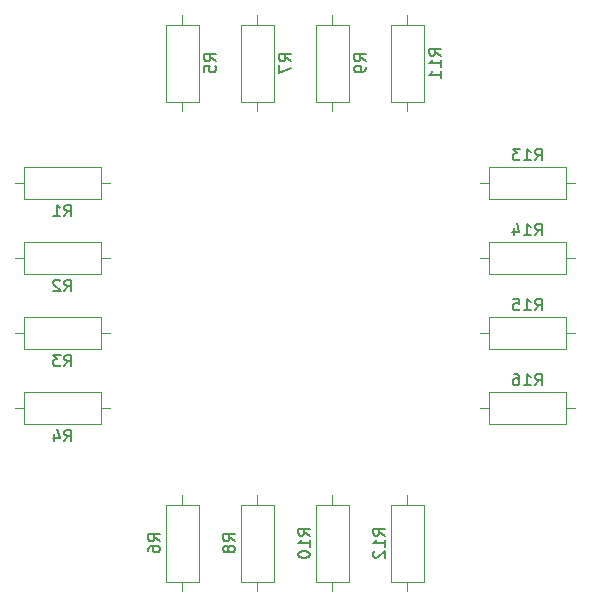
<source format=gbr>
%TF.GenerationSoftware,KiCad,Pcbnew,(5.1.6)-1*%
%TF.CreationDate,2020-10-15T00:56:24-04:00*%
%TF.ProjectId,KiCAD PCB,4b694341-4420-4504-9342-2e6b69636164,rev?*%
%TF.SameCoordinates,Original*%
%TF.FileFunction,Legend,Bot*%
%TF.FilePolarity,Positive*%
%FSLAX46Y46*%
G04 Gerber Fmt 4.6, Leading zero omitted, Abs format (unit mm)*
G04 Created by KiCad (PCBNEW (5.1.6)-1) date 2020-10-15 00:56:24*
%MOMM*%
%LPD*%
G01*
G04 APERTURE LIST*
%ADD10C,0.120000*%
%ADD11C,0.150000*%
G04 APERTURE END LIST*
D10*
%TO.C,R16*%
X141065000Y-95150000D02*
X141065000Y-97890000D01*
X141065000Y-97890000D02*
X134525000Y-97890000D01*
X134525000Y-97890000D02*
X134525000Y-95150000D01*
X134525000Y-95150000D02*
X141065000Y-95150000D01*
X141835000Y-96520000D02*
X141065000Y-96520000D01*
X133755000Y-96520000D02*
X134525000Y-96520000D01*
%TO.C,R15*%
X141065000Y-88800000D02*
X141065000Y-91540000D01*
X141065000Y-91540000D02*
X134525000Y-91540000D01*
X134525000Y-91540000D02*
X134525000Y-88800000D01*
X134525000Y-88800000D02*
X141065000Y-88800000D01*
X141835000Y-90170000D02*
X141065000Y-90170000D01*
X133755000Y-90170000D02*
X134525000Y-90170000D01*
%TO.C,R14*%
X141065000Y-82450000D02*
X141065000Y-85190000D01*
X141065000Y-85190000D02*
X134525000Y-85190000D01*
X134525000Y-85190000D02*
X134525000Y-82450000D01*
X134525000Y-82450000D02*
X141065000Y-82450000D01*
X141835000Y-83820000D02*
X141065000Y-83820000D01*
X133755000Y-83820000D02*
X134525000Y-83820000D01*
%TO.C,R13*%
X141065000Y-76100000D02*
X141065000Y-78840000D01*
X141065000Y-78840000D02*
X134525000Y-78840000D01*
X134525000Y-78840000D02*
X134525000Y-76100000D01*
X134525000Y-76100000D02*
X141065000Y-76100000D01*
X141835000Y-77470000D02*
X141065000Y-77470000D01*
X133755000Y-77470000D02*
X134525000Y-77470000D01*
%TO.C,R12*%
X126265000Y-104680000D02*
X129005000Y-104680000D01*
X129005000Y-104680000D02*
X129005000Y-111220000D01*
X129005000Y-111220000D02*
X126265000Y-111220000D01*
X126265000Y-111220000D02*
X126265000Y-104680000D01*
X127635000Y-103910000D02*
X127635000Y-104680000D01*
X127635000Y-111990000D02*
X127635000Y-111220000D01*
%TO.C,R11*%
X129005000Y-70580000D02*
X126265000Y-70580000D01*
X126265000Y-70580000D02*
X126265000Y-64040000D01*
X126265000Y-64040000D02*
X129005000Y-64040000D01*
X129005000Y-64040000D02*
X129005000Y-70580000D01*
X127635000Y-71350000D02*
X127635000Y-70580000D01*
X127635000Y-63270000D02*
X127635000Y-64040000D01*
%TO.C,R10*%
X119915000Y-104680000D02*
X122655000Y-104680000D01*
X122655000Y-104680000D02*
X122655000Y-111220000D01*
X122655000Y-111220000D02*
X119915000Y-111220000D01*
X119915000Y-111220000D02*
X119915000Y-104680000D01*
X121285000Y-103910000D02*
X121285000Y-104680000D01*
X121285000Y-111990000D02*
X121285000Y-111220000D01*
%TO.C,R9*%
X122655000Y-70580000D02*
X119915000Y-70580000D01*
X119915000Y-70580000D02*
X119915000Y-64040000D01*
X119915000Y-64040000D02*
X122655000Y-64040000D01*
X122655000Y-64040000D02*
X122655000Y-70580000D01*
X121285000Y-71350000D02*
X121285000Y-70580000D01*
X121285000Y-63270000D02*
X121285000Y-64040000D01*
%TO.C,R8*%
X113565000Y-104680000D02*
X116305000Y-104680000D01*
X116305000Y-104680000D02*
X116305000Y-111220000D01*
X116305000Y-111220000D02*
X113565000Y-111220000D01*
X113565000Y-111220000D02*
X113565000Y-104680000D01*
X114935000Y-103910000D02*
X114935000Y-104680000D01*
X114935000Y-111990000D02*
X114935000Y-111220000D01*
%TO.C,R7*%
X116305000Y-70580000D02*
X113565000Y-70580000D01*
X113565000Y-70580000D02*
X113565000Y-64040000D01*
X113565000Y-64040000D02*
X116305000Y-64040000D01*
X116305000Y-64040000D02*
X116305000Y-70580000D01*
X114935000Y-71350000D02*
X114935000Y-70580000D01*
X114935000Y-63270000D02*
X114935000Y-64040000D01*
%TO.C,R6*%
X107215000Y-104680000D02*
X109955000Y-104680000D01*
X109955000Y-104680000D02*
X109955000Y-111220000D01*
X109955000Y-111220000D02*
X107215000Y-111220000D01*
X107215000Y-111220000D02*
X107215000Y-104680000D01*
X108585000Y-103910000D02*
X108585000Y-104680000D01*
X108585000Y-111990000D02*
X108585000Y-111220000D01*
%TO.C,R5*%
X109955000Y-70580000D02*
X107215000Y-70580000D01*
X107215000Y-70580000D02*
X107215000Y-64040000D01*
X107215000Y-64040000D02*
X109955000Y-64040000D01*
X109955000Y-64040000D02*
X109955000Y-70580000D01*
X108585000Y-71350000D02*
X108585000Y-70580000D01*
X108585000Y-63270000D02*
X108585000Y-64040000D01*
%TO.C,R4*%
X95155000Y-97890000D02*
X95155000Y-95150000D01*
X95155000Y-95150000D02*
X101695000Y-95150000D01*
X101695000Y-95150000D02*
X101695000Y-97890000D01*
X101695000Y-97890000D02*
X95155000Y-97890000D01*
X94385000Y-96520000D02*
X95155000Y-96520000D01*
X102465000Y-96520000D02*
X101695000Y-96520000D01*
%TO.C,R3*%
X95155000Y-91540000D02*
X95155000Y-88800000D01*
X95155000Y-88800000D02*
X101695000Y-88800000D01*
X101695000Y-88800000D02*
X101695000Y-91540000D01*
X101695000Y-91540000D02*
X95155000Y-91540000D01*
X94385000Y-90170000D02*
X95155000Y-90170000D01*
X102465000Y-90170000D02*
X101695000Y-90170000D01*
%TO.C,R2*%
X95155000Y-85190000D02*
X95155000Y-82450000D01*
X95155000Y-82450000D02*
X101695000Y-82450000D01*
X101695000Y-82450000D02*
X101695000Y-85190000D01*
X101695000Y-85190000D02*
X95155000Y-85190000D01*
X94385000Y-83820000D02*
X95155000Y-83820000D01*
X102465000Y-83820000D02*
X101695000Y-83820000D01*
%TO.C,R1*%
X95155000Y-78840000D02*
X95155000Y-76100000D01*
X95155000Y-76100000D02*
X101695000Y-76100000D01*
X101695000Y-76100000D02*
X101695000Y-78840000D01*
X101695000Y-78840000D02*
X95155000Y-78840000D01*
X94385000Y-77470000D02*
X95155000Y-77470000D01*
X102465000Y-77470000D02*
X101695000Y-77470000D01*
%TO.C,R16*%
D11*
X138437857Y-94602380D02*
X138771190Y-94126190D01*
X139009285Y-94602380D02*
X139009285Y-93602380D01*
X138628333Y-93602380D01*
X138533095Y-93650000D01*
X138485476Y-93697619D01*
X138437857Y-93792857D01*
X138437857Y-93935714D01*
X138485476Y-94030952D01*
X138533095Y-94078571D01*
X138628333Y-94126190D01*
X139009285Y-94126190D01*
X137485476Y-94602380D02*
X138056904Y-94602380D01*
X137771190Y-94602380D02*
X137771190Y-93602380D01*
X137866428Y-93745238D01*
X137961666Y-93840476D01*
X138056904Y-93888095D01*
X136628333Y-93602380D02*
X136818809Y-93602380D01*
X136914047Y-93650000D01*
X136961666Y-93697619D01*
X137056904Y-93840476D01*
X137104523Y-94030952D01*
X137104523Y-94411904D01*
X137056904Y-94507142D01*
X137009285Y-94554761D01*
X136914047Y-94602380D01*
X136723571Y-94602380D01*
X136628333Y-94554761D01*
X136580714Y-94507142D01*
X136533095Y-94411904D01*
X136533095Y-94173809D01*
X136580714Y-94078571D01*
X136628333Y-94030952D01*
X136723571Y-93983333D01*
X136914047Y-93983333D01*
X137009285Y-94030952D01*
X137056904Y-94078571D01*
X137104523Y-94173809D01*
%TO.C,R15*%
X138437857Y-88252380D02*
X138771190Y-87776190D01*
X139009285Y-88252380D02*
X139009285Y-87252380D01*
X138628333Y-87252380D01*
X138533095Y-87300000D01*
X138485476Y-87347619D01*
X138437857Y-87442857D01*
X138437857Y-87585714D01*
X138485476Y-87680952D01*
X138533095Y-87728571D01*
X138628333Y-87776190D01*
X139009285Y-87776190D01*
X137485476Y-88252380D02*
X138056904Y-88252380D01*
X137771190Y-88252380D02*
X137771190Y-87252380D01*
X137866428Y-87395238D01*
X137961666Y-87490476D01*
X138056904Y-87538095D01*
X136580714Y-87252380D02*
X137056904Y-87252380D01*
X137104523Y-87728571D01*
X137056904Y-87680952D01*
X136961666Y-87633333D01*
X136723571Y-87633333D01*
X136628333Y-87680952D01*
X136580714Y-87728571D01*
X136533095Y-87823809D01*
X136533095Y-88061904D01*
X136580714Y-88157142D01*
X136628333Y-88204761D01*
X136723571Y-88252380D01*
X136961666Y-88252380D01*
X137056904Y-88204761D01*
X137104523Y-88157142D01*
%TO.C,R14*%
X138437857Y-81902380D02*
X138771190Y-81426190D01*
X139009285Y-81902380D02*
X139009285Y-80902380D01*
X138628333Y-80902380D01*
X138533095Y-80950000D01*
X138485476Y-80997619D01*
X138437857Y-81092857D01*
X138437857Y-81235714D01*
X138485476Y-81330952D01*
X138533095Y-81378571D01*
X138628333Y-81426190D01*
X139009285Y-81426190D01*
X137485476Y-81902380D02*
X138056904Y-81902380D01*
X137771190Y-81902380D02*
X137771190Y-80902380D01*
X137866428Y-81045238D01*
X137961666Y-81140476D01*
X138056904Y-81188095D01*
X136628333Y-81235714D02*
X136628333Y-81902380D01*
X136866428Y-80854761D02*
X137104523Y-81569047D01*
X136485476Y-81569047D01*
%TO.C,R13*%
X138437857Y-75552380D02*
X138771190Y-75076190D01*
X139009285Y-75552380D02*
X139009285Y-74552380D01*
X138628333Y-74552380D01*
X138533095Y-74600000D01*
X138485476Y-74647619D01*
X138437857Y-74742857D01*
X138437857Y-74885714D01*
X138485476Y-74980952D01*
X138533095Y-75028571D01*
X138628333Y-75076190D01*
X139009285Y-75076190D01*
X137485476Y-75552380D02*
X138056904Y-75552380D01*
X137771190Y-75552380D02*
X137771190Y-74552380D01*
X137866428Y-74695238D01*
X137961666Y-74790476D01*
X138056904Y-74838095D01*
X137152142Y-74552380D02*
X136533095Y-74552380D01*
X136866428Y-74933333D01*
X136723571Y-74933333D01*
X136628333Y-74980952D01*
X136580714Y-75028571D01*
X136533095Y-75123809D01*
X136533095Y-75361904D01*
X136580714Y-75457142D01*
X136628333Y-75504761D01*
X136723571Y-75552380D01*
X137009285Y-75552380D01*
X137104523Y-75504761D01*
X137152142Y-75457142D01*
%TO.C,R12*%
X125717380Y-107307142D02*
X125241190Y-106973809D01*
X125717380Y-106735714D02*
X124717380Y-106735714D01*
X124717380Y-107116666D01*
X124765000Y-107211904D01*
X124812619Y-107259523D01*
X124907857Y-107307142D01*
X125050714Y-107307142D01*
X125145952Y-107259523D01*
X125193571Y-107211904D01*
X125241190Y-107116666D01*
X125241190Y-106735714D01*
X125717380Y-108259523D02*
X125717380Y-107688095D01*
X125717380Y-107973809D02*
X124717380Y-107973809D01*
X124860238Y-107878571D01*
X124955476Y-107783333D01*
X125003095Y-107688095D01*
X124812619Y-108640476D02*
X124765000Y-108688095D01*
X124717380Y-108783333D01*
X124717380Y-109021428D01*
X124765000Y-109116666D01*
X124812619Y-109164285D01*
X124907857Y-109211904D01*
X125003095Y-109211904D01*
X125145952Y-109164285D01*
X125717380Y-108592857D01*
X125717380Y-109211904D01*
%TO.C,R11*%
X130457380Y-66667142D02*
X129981190Y-66333809D01*
X130457380Y-66095714D02*
X129457380Y-66095714D01*
X129457380Y-66476666D01*
X129505000Y-66571904D01*
X129552619Y-66619523D01*
X129647857Y-66667142D01*
X129790714Y-66667142D01*
X129885952Y-66619523D01*
X129933571Y-66571904D01*
X129981190Y-66476666D01*
X129981190Y-66095714D01*
X130457380Y-67619523D02*
X130457380Y-67048095D01*
X130457380Y-67333809D02*
X129457380Y-67333809D01*
X129600238Y-67238571D01*
X129695476Y-67143333D01*
X129743095Y-67048095D01*
X130457380Y-68571904D02*
X130457380Y-68000476D01*
X130457380Y-68286190D02*
X129457380Y-68286190D01*
X129600238Y-68190952D01*
X129695476Y-68095714D01*
X129743095Y-68000476D01*
%TO.C,R10*%
X119367380Y-107307142D02*
X118891190Y-106973809D01*
X119367380Y-106735714D02*
X118367380Y-106735714D01*
X118367380Y-107116666D01*
X118415000Y-107211904D01*
X118462619Y-107259523D01*
X118557857Y-107307142D01*
X118700714Y-107307142D01*
X118795952Y-107259523D01*
X118843571Y-107211904D01*
X118891190Y-107116666D01*
X118891190Y-106735714D01*
X119367380Y-108259523D02*
X119367380Y-107688095D01*
X119367380Y-107973809D02*
X118367380Y-107973809D01*
X118510238Y-107878571D01*
X118605476Y-107783333D01*
X118653095Y-107688095D01*
X118367380Y-108878571D02*
X118367380Y-108973809D01*
X118415000Y-109069047D01*
X118462619Y-109116666D01*
X118557857Y-109164285D01*
X118748333Y-109211904D01*
X118986428Y-109211904D01*
X119176904Y-109164285D01*
X119272142Y-109116666D01*
X119319761Y-109069047D01*
X119367380Y-108973809D01*
X119367380Y-108878571D01*
X119319761Y-108783333D01*
X119272142Y-108735714D01*
X119176904Y-108688095D01*
X118986428Y-108640476D01*
X118748333Y-108640476D01*
X118557857Y-108688095D01*
X118462619Y-108735714D01*
X118415000Y-108783333D01*
X118367380Y-108878571D01*
%TO.C,R9*%
X124107380Y-67143333D02*
X123631190Y-66810000D01*
X124107380Y-66571904D02*
X123107380Y-66571904D01*
X123107380Y-66952857D01*
X123155000Y-67048095D01*
X123202619Y-67095714D01*
X123297857Y-67143333D01*
X123440714Y-67143333D01*
X123535952Y-67095714D01*
X123583571Y-67048095D01*
X123631190Y-66952857D01*
X123631190Y-66571904D01*
X124107380Y-67619523D02*
X124107380Y-67810000D01*
X124059761Y-67905238D01*
X124012142Y-67952857D01*
X123869285Y-68048095D01*
X123678809Y-68095714D01*
X123297857Y-68095714D01*
X123202619Y-68048095D01*
X123155000Y-68000476D01*
X123107380Y-67905238D01*
X123107380Y-67714761D01*
X123155000Y-67619523D01*
X123202619Y-67571904D01*
X123297857Y-67524285D01*
X123535952Y-67524285D01*
X123631190Y-67571904D01*
X123678809Y-67619523D01*
X123726428Y-67714761D01*
X123726428Y-67905238D01*
X123678809Y-68000476D01*
X123631190Y-68048095D01*
X123535952Y-68095714D01*
%TO.C,R8*%
X113017380Y-107783333D02*
X112541190Y-107450000D01*
X113017380Y-107211904D02*
X112017380Y-107211904D01*
X112017380Y-107592857D01*
X112065000Y-107688095D01*
X112112619Y-107735714D01*
X112207857Y-107783333D01*
X112350714Y-107783333D01*
X112445952Y-107735714D01*
X112493571Y-107688095D01*
X112541190Y-107592857D01*
X112541190Y-107211904D01*
X112445952Y-108354761D02*
X112398333Y-108259523D01*
X112350714Y-108211904D01*
X112255476Y-108164285D01*
X112207857Y-108164285D01*
X112112619Y-108211904D01*
X112065000Y-108259523D01*
X112017380Y-108354761D01*
X112017380Y-108545238D01*
X112065000Y-108640476D01*
X112112619Y-108688095D01*
X112207857Y-108735714D01*
X112255476Y-108735714D01*
X112350714Y-108688095D01*
X112398333Y-108640476D01*
X112445952Y-108545238D01*
X112445952Y-108354761D01*
X112493571Y-108259523D01*
X112541190Y-108211904D01*
X112636428Y-108164285D01*
X112826904Y-108164285D01*
X112922142Y-108211904D01*
X112969761Y-108259523D01*
X113017380Y-108354761D01*
X113017380Y-108545238D01*
X112969761Y-108640476D01*
X112922142Y-108688095D01*
X112826904Y-108735714D01*
X112636428Y-108735714D01*
X112541190Y-108688095D01*
X112493571Y-108640476D01*
X112445952Y-108545238D01*
%TO.C,R7*%
X117757380Y-67143333D02*
X117281190Y-66810000D01*
X117757380Y-66571904D02*
X116757380Y-66571904D01*
X116757380Y-66952857D01*
X116805000Y-67048095D01*
X116852619Y-67095714D01*
X116947857Y-67143333D01*
X117090714Y-67143333D01*
X117185952Y-67095714D01*
X117233571Y-67048095D01*
X117281190Y-66952857D01*
X117281190Y-66571904D01*
X116757380Y-67476666D02*
X116757380Y-68143333D01*
X117757380Y-67714761D01*
%TO.C,R6*%
X106667380Y-107783333D02*
X106191190Y-107450000D01*
X106667380Y-107211904D02*
X105667380Y-107211904D01*
X105667380Y-107592857D01*
X105715000Y-107688095D01*
X105762619Y-107735714D01*
X105857857Y-107783333D01*
X106000714Y-107783333D01*
X106095952Y-107735714D01*
X106143571Y-107688095D01*
X106191190Y-107592857D01*
X106191190Y-107211904D01*
X105667380Y-108640476D02*
X105667380Y-108450000D01*
X105715000Y-108354761D01*
X105762619Y-108307142D01*
X105905476Y-108211904D01*
X106095952Y-108164285D01*
X106476904Y-108164285D01*
X106572142Y-108211904D01*
X106619761Y-108259523D01*
X106667380Y-108354761D01*
X106667380Y-108545238D01*
X106619761Y-108640476D01*
X106572142Y-108688095D01*
X106476904Y-108735714D01*
X106238809Y-108735714D01*
X106143571Y-108688095D01*
X106095952Y-108640476D01*
X106048333Y-108545238D01*
X106048333Y-108354761D01*
X106095952Y-108259523D01*
X106143571Y-108211904D01*
X106238809Y-108164285D01*
%TO.C,R5*%
X111407380Y-67143333D02*
X110931190Y-66810000D01*
X111407380Y-66571904D02*
X110407380Y-66571904D01*
X110407380Y-66952857D01*
X110455000Y-67048095D01*
X110502619Y-67095714D01*
X110597857Y-67143333D01*
X110740714Y-67143333D01*
X110835952Y-67095714D01*
X110883571Y-67048095D01*
X110931190Y-66952857D01*
X110931190Y-66571904D01*
X110407380Y-68048095D02*
X110407380Y-67571904D01*
X110883571Y-67524285D01*
X110835952Y-67571904D01*
X110788333Y-67667142D01*
X110788333Y-67905238D01*
X110835952Y-68000476D01*
X110883571Y-68048095D01*
X110978809Y-68095714D01*
X111216904Y-68095714D01*
X111312142Y-68048095D01*
X111359761Y-68000476D01*
X111407380Y-67905238D01*
X111407380Y-67667142D01*
X111359761Y-67571904D01*
X111312142Y-67524285D01*
%TO.C,R4*%
X98591666Y-99342380D02*
X98925000Y-98866190D01*
X99163095Y-99342380D02*
X99163095Y-98342380D01*
X98782142Y-98342380D01*
X98686904Y-98390000D01*
X98639285Y-98437619D01*
X98591666Y-98532857D01*
X98591666Y-98675714D01*
X98639285Y-98770952D01*
X98686904Y-98818571D01*
X98782142Y-98866190D01*
X99163095Y-98866190D01*
X97734523Y-98675714D02*
X97734523Y-99342380D01*
X97972619Y-98294761D02*
X98210714Y-99009047D01*
X97591666Y-99009047D01*
%TO.C,R3*%
X98591666Y-92992380D02*
X98925000Y-92516190D01*
X99163095Y-92992380D02*
X99163095Y-91992380D01*
X98782142Y-91992380D01*
X98686904Y-92040000D01*
X98639285Y-92087619D01*
X98591666Y-92182857D01*
X98591666Y-92325714D01*
X98639285Y-92420952D01*
X98686904Y-92468571D01*
X98782142Y-92516190D01*
X99163095Y-92516190D01*
X98258333Y-91992380D02*
X97639285Y-91992380D01*
X97972619Y-92373333D01*
X97829761Y-92373333D01*
X97734523Y-92420952D01*
X97686904Y-92468571D01*
X97639285Y-92563809D01*
X97639285Y-92801904D01*
X97686904Y-92897142D01*
X97734523Y-92944761D01*
X97829761Y-92992380D01*
X98115476Y-92992380D01*
X98210714Y-92944761D01*
X98258333Y-92897142D01*
%TO.C,R2*%
X98591666Y-86642380D02*
X98925000Y-86166190D01*
X99163095Y-86642380D02*
X99163095Y-85642380D01*
X98782142Y-85642380D01*
X98686904Y-85690000D01*
X98639285Y-85737619D01*
X98591666Y-85832857D01*
X98591666Y-85975714D01*
X98639285Y-86070952D01*
X98686904Y-86118571D01*
X98782142Y-86166190D01*
X99163095Y-86166190D01*
X98210714Y-85737619D02*
X98163095Y-85690000D01*
X98067857Y-85642380D01*
X97829761Y-85642380D01*
X97734523Y-85690000D01*
X97686904Y-85737619D01*
X97639285Y-85832857D01*
X97639285Y-85928095D01*
X97686904Y-86070952D01*
X98258333Y-86642380D01*
X97639285Y-86642380D01*
%TO.C,R1*%
X98591666Y-80292380D02*
X98925000Y-79816190D01*
X99163095Y-80292380D02*
X99163095Y-79292380D01*
X98782142Y-79292380D01*
X98686904Y-79340000D01*
X98639285Y-79387619D01*
X98591666Y-79482857D01*
X98591666Y-79625714D01*
X98639285Y-79720952D01*
X98686904Y-79768571D01*
X98782142Y-79816190D01*
X99163095Y-79816190D01*
X97639285Y-80292380D02*
X98210714Y-80292380D01*
X97925000Y-80292380D02*
X97925000Y-79292380D01*
X98020238Y-79435238D01*
X98115476Y-79530476D01*
X98210714Y-79578095D01*
%TD*%
M02*

</source>
